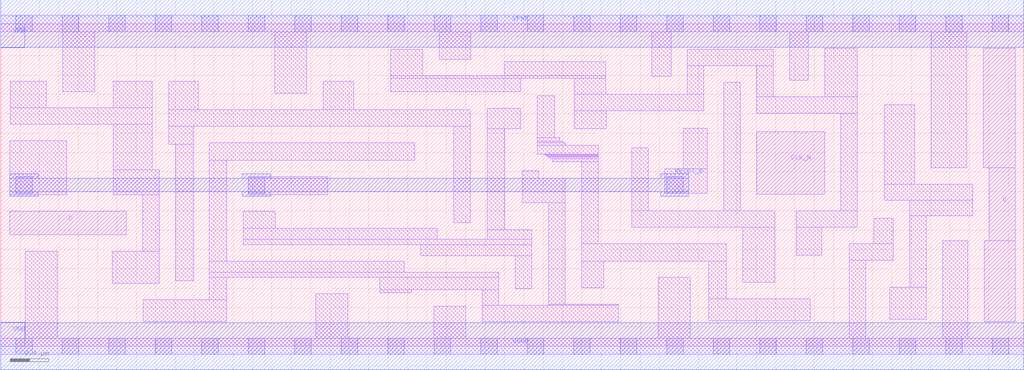
<source format=lef>
# Copyright 2020 The SkyWater PDK Authors
#
# Licensed under the Apache License, Version 2.0 (the "License");
# you may not use this file except in compliance with the License.
# You may obtain a copy of the License at
#
#     https://www.apache.org/licenses/LICENSE-2.0
#
# Unless required by applicable law or agreed to in writing, software
# distributed under the License is distributed on an "AS IS" BASIS,
# WITHOUT WARRANTIES OR CONDITIONS OF ANY KIND, either express or implied.
# See the License for the specific language governing permissions and
# limitations under the License.
#
# SPDX-License-Identifier: Apache-2.0

VERSION 5.5 ;
NAMESCASESENSITIVE ON ;
BUSBITCHARS "[]" ;
DIVIDERCHAR "/" ;
MACRO sky130_fd_sc_lp__dfrtn_1
  CLASS CORE ;
  SOURCE USER ;
  ORIGIN  0.000000  0.000000 ;
  SIZE  10.56000 BY  3.330000 ;
  SYMMETRY R90 ;
  SITE unit ;
  PIN D
    ANTENNAGATEAREA  0.126000 ;
    DIRECTION INPUT ;
    USE SIGNAL ;
    PORT
      LAYER li1 ;
        RECT 0.095000 1.150000 1.295000 1.395000 ;
    END
  END D
  PIN Q
    ANTENNADIFFAREA  0.556500 ;
    DIRECTION OUTPUT ;
    USE SIGNAL ;
    PORT
      LAYER li1 ;
        RECT 10.145000 1.845000 10.475000 3.075000 ;
        RECT 10.155000 0.255000 10.475000 1.090000 ;
        RECT 10.205000 1.090000 10.475000 1.845000 ;
    END
  END Q
  PIN RESET_B
    ANTENNAGATEAREA  0.378000 ;
    DIRECTION INPUT ;
    USE SIGNAL ;
    PORT
      LAYER met1 ;
        RECT 0.095000 1.550000 0.385000 1.595000 ;
        RECT 0.095000 1.595000 7.105000 1.735000 ;
        RECT 0.095000 1.735000 0.385000 1.780000 ;
        RECT 2.495000 1.550000 2.785000 1.595000 ;
        RECT 2.495000 1.735000 2.785000 1.780000 ;
        RECT 6.815000 1.550000 7.105000 1.595000 ;
        RECT 6.815000 1.735000 7.105000 1.780000 ;
    END
  END RESET_B
  PIN CLK_N
    ANTENNAGATEAREA  0.159000 ;
    DIRECTION INPUT ;
    USE CLOCK ;
    PORT
      LAYER li1 ;
        RECT 7.805000 1.570000 8.505000 2.215000 ;
    END
  END CLK_N
  PIN VGND
    DIRECTION INOUT ;
    USE GROUND ;
    PORT
      LAYER met1 ;
        RECT 0.000000 -0.245000 10.560000 0.245000 ;
    END
  END VGND
  PIN VNB
    DIRECTION INOUT ;
    USE GROUND ;
    PORT
    END
  END VNB
  PIN VPB
    DIRECTION INOUT ;
    USE POWER ;
    PORT
    END
  END VPB
  PIN VNB
    DIRECTION INOUT ;
    USE GROUND ;
    PORT
      LAYER met1 ;
        RECT 0.000000 0.000000 0.250000 0.250000 ;
    END
  END VNB
  PIN VPB
    DIRECTION INOUT ;
    USE POWER ;
    PORT
      LAYER met1 ;
        RECT 0.000000 3.080000 0.250000 3.330000 ;
    END
  END VPB
  PIN VPWR
    DIRECTION INOUT ;
    USE POWER ;
    PORT
      LAYER met1 ;
        RECT 0.000000 3.085000 10.560000 3.575000 ;
    END
  END VPWR
  OBS
    LAYER li1 ;
      RECT 0.000000 -0.085000 10.560000 0.085000 ;
      RECT 0.000000  3.245000 10.560000 3.415000 ;
      RECT 0.095000  1.565000  0.680000 2.120000 ;
      RECT 0.100000  2.290000  1.565000 2.460000 ;
      RECT 0.100000  2.460000  0.470000 2.735000 ;
      RECT 0.255000  0.085000  0.585000 0.980000 ;
      RECT 0.640000  2.630000  0.970000 3.245000 ;
      RECT 1.150000  0.650000  1.635000 0.980000 ;
      RECT 1.160000  1.565000  1.635000 1.820000 ;
      RECT 1.160000  1.820000  1.565000 2.290000 ;
      RECT 1.160000  2.460000  1.565000 2.735000 ;
      RECT 1.465000  0.980000  1.635000 1.565000 ;
      RECT 1.470000  0.255000  2.335000 0.480000 ;
      RECT 1.735000  2.085000  1.985000 2.270000 ;
      RECT 1.735000  2.270000  4.845000 2.440000 ;
      RECT 1.735000  2.440000  2.040000 2.735000 ;
      RECT 1.805000  0.675000  1.985000 2.085000 ;
      RECT 2.155000  0.480000  2.335000 0.710000 ;
      RECT 2.155000  0.710000  5.140000 0.765000 ;
      RECT 2.155000  0.765000  4.165000 0.880000 ;
      RECT 2.155000  0.880000  2.335000 1.920000 ;
      RECT 2.155000  1.920000  4.275000 2.100000 ;
      RECT 2.505000  1.050000  5.480000 1.105000 ;
      RECT 2.505000  1.105000  4.505000 1.220000 ;
      RECT 2.505000  1.220000  2.835000 1.395000 ;
      RECT 2.555000  1.565000  3.375000 1.750000 ;
      RECT 2.830000  2.610000  3.160000 3.245000 ;
      RECT 3.250000  0.085000  3.580000 0.540000 ;
      RECT 3.330000  2.440000  3.645000 2.735000 ;
      RECT 3.915000  0.550000  4.245000 0.585000 ;
      RECT 3.915000  0.585000  5.140000 0.710000 ;
      RECT 4.025000  2.625000  5.370000 2.765000 ;
      RECT 4.025000  2.765000  6.245000 2.795000 ;
      RECT 4.025000  2.795000  4.355000 3.065000 ;
      RECT 4.335000  0.935000  5.480000 1.050000 ;
      RECT 4.470000  0.085000  4.800000 0.415000 ;
      RECT 4.525000  2.965000  4.855000 3.245000 ;
      RECT 4.675000  1.275000  4.845000 2.270000 ;
      RECT 4.970000  0.255000  6.375000 0.425000 ;
      RECT 4.970000  0.425000  5.140000 0.585000 ;
      RECT 5.025000  1.105000  5.480000 1.205000 ;
      RECT 5.025000  1.205000  5.205000 2.245000 ;
      RECT 5.025000  2.245000  5.370000 2.455000 ;
      RECT 5.200000  2.795000  6.245000 2.935000 ;
      RECT 5.310000  0.595000  5.480000 0.935000 ;
      RECT 5.385000  1.480000  5.830000 1.735000 ;
      RECT 5.385000  1.735000  5.555000 1.810000 ;
      RECT 5.540000  1.980000  6.170000 2.075000 ;
      RECT 5.540000  2.075000  5.830000 2.100000 ;
      RECT 5.540000  2.100000  5.800000 2.115000 ;
      RECT 5.540000  2.115000  5.770000 2.155000 ;
      RECT 5.540000  2.155000  5.720000 2.585000 ;
      RECT 5.610000  1.975000  6.170000 1.980000 ;
      RECT 5.625000  1.965000  6.170000 1.975000 ;
      RECT 5.640000  1.960000  6.170000 1.965000 ;
      RECT 5.655000  1.950000  6.170000 1.960000 ;
      RECT 5.660000  0.425000  6.375000 0.435000 ;
      RECT 5.660000  0.435000  5.830000 1.480000 ;
      RECT 5.680000  1.935000  6.170000 1.950000 ;
      RECT 5.700000  1.905000  6.170000 1.935000 ;
      RECT 5.920000  2.245000  6.250000 2.430000 ;
      RECT 5.920000  2.430000  7.260000 2.600000 ;
      RECT 5.920000  2.600000  6.245000 2.765000 ;
      RECT 6.000000  0.605000  6.225000 0.880000 ;
      RECT 6.000000  0.880000  7.490000 1.060000 ;
      RECT 6.000000  1.060000  6.170000 1.905000 ;
      RECT 6.515000  1.230000  7.990000 1.400000 ;
      RECT 6.515000  1.400000  6.685000 2.050000 ;
      RECT 6.720000  2.785000  6.920000 3.245000 ;
      RECT 6.790000  0.085000  7.120000 0.710000 ;
      RECT 6.855000  1.580000  7.295000 1.835000 ;
      RECT 7.045000  1.835000  7.295000 2.250000 ;
      RECT 7.090000  2.600000  7.260000 2.895000 ;
      RECT 7.090000  2.895000  7.975000 3.065000 ;
      RECT 7.310000  0.265000  8.360000 0.490000 ;
      RECT 7.310000  0.490000  7.490000 0.880000 ;
      RECT 7.465000  1.400000  7.635000 2.725000 ;
      RECT 7.660000  0.660000  7.990000 1.230000 ;
      RECT 7.805000  2.405000  8.845000 2.575000 ;
      RECT 7.805000  2.575000  7.975000 2.895000 ;
      RECT 8.145000  2.745000  8.335000 3.245000 ;
      RECT 8.215000  0.940000  8.475000 1.230000 ;
      RECT 8.215000  1.230000  8.845000 1.400000 ;
      RECT 8.505000  2.575000  8.845000 3.075000 ;
      RECT 8.675000  1.400000  8.845000 2.405000 ;
      RECT 8.760000  0.085000  8.930000 0.890000 ;
      RECT 8.760000  0.890000  9.215000 1.060000 ;
      RECT 9.015000  1.060000  9.215000 1.320000 ;
      RECT 9.120000  1.505000 10.035000 1.675000 ;
      RECT 9.120000  1.675000  9.435000 2.495000 ;
      RECT 9.180000  0.280000  9.555000 0.610000 ;
      RECT 9.385000  0.610000  9.555000 1.345000 ;
      RECT 9.385000  1.345000 10.035000 1.505000 ;
      RECT 9.605000  1.845000  9.975000 3.245000 ;
      RECT 9.725000  0.085000  9.985000 1.090000 ;
    LAYER mcon ;
      RECT  0.155000 -0.085000  0.325000 0.085000 ;
      RECT  0.155000  1.580000  0.325000 1.750000 ;
      RECT  0.155000  3.245000  0.325000 3.415000 ;
      RECT  0.635000 -0.085000  0.805000 0.085000 ;
      RECT  0.635000  3.245000  0.805000 3.415000 ;
      RECT  1.115000 -0.085000  1.285000 0.085000 ;
      RECT  1.115000  3.245000  1.285000 3.415000 ;
      RECT  1.595000 -0.085000  1.765000 0.085000 ;
      RECT  1.595000  3.245000  1.765000 3.415000 ;
      RECT  2.075000 -0.085000  2.245000 0.085000 ;
      RECT  2.075000  3.245000  2.245000 3.415000 ;
      RECT  2.555000 -0.085000  2.725000 0.085000 ;
      RECT  2.555000  1.580000  2.725000 1.750000 ;
      RECT  2.555000  3.245000  2.725000 3.415000 ;
      RECT  3.035000 -0.085000  3.205000 0.085000 ;
      RECT  3.035000  3.245000  3.205000 3.415000 ;
      RECT  3.515000 -0.085000  3.685000 0.085000 ;
      RECT  3.515000  3.245000  3.685000 3.415000 ;
      RECT  3.995000 -0.085000  4.165000 0.085000 ;
      RECT  3.995000  3.245000  4.165000 3.415000 ;
      RECT  4.475000 -0.085000  4.645000 0.085000 ;
      RECT  4.475000  3.245000  4.645000 3.415000 ;
      RECT  4.955000 -0.085000  5.125000 0.085000 ;
      RECT  4.955000  3.245000  5.125000 3.415000 ;
      RECT  5.435000 -0.085000  5.605000 0.085000 ;
      RECT  5.435000  3.245000  5.605000 3.415000 ;
      RECT  5.915000 -0.085000  6.085000 0.085000 ;
      RECT  5.915000  3.245000  6.085000 3.415000 ;
      RECT  6.395000 -0.085000  6.565000 0.085000 ;
      RECT  6.395000  3.245000  6.565000 3.415000 ;
      RECT  6.875000 -0.085000  7.045000 0.085000 ;
      RECT  6.875000  1.580000  7.045000 1.750000 ;
      RECT  6.875000  3.245000  7.045000 3.415000 ;
      RECT  7.355000 -0.085000  7.525000 0.085000 ;
      RECT  7.355000  3.245000  7.525000 3.415000 ;
      RECT  7.835000 -0.085000  8.005000 0.085000 ;
      RECT  7.835000  3.245000  8.005000 3.415000 ;
      RECT  8.315000 -0.085000  8.485000 0.085000 ;
      RECT  8.315000  3.245000  8.485000 3.415000 ;
      RECT  8.795000 -0.085000  8.965000 0.085000 ;
      RECT  8.795000  3.245000  8.965000 3.415000 ;
      RECT  9.275000 -0.085000  9.445000 0.085000 ;
      RECT  9.275000  3.245000  9.445000 3.415000 ;
      RECT  9.755000 -0.085000  9.925000 0.085000 ;
      RECT  9.755000  3.245000  9.925000 3.415000 ;
      RECT 10.235000 -0.085000 10.405000 0.085000 ;
      RECT 10.235000  3.245000 10.405000 3.415000 ;
  END
END sky130_fd_sc_lp__dfrtn_1
END LIBRARY

</source>
